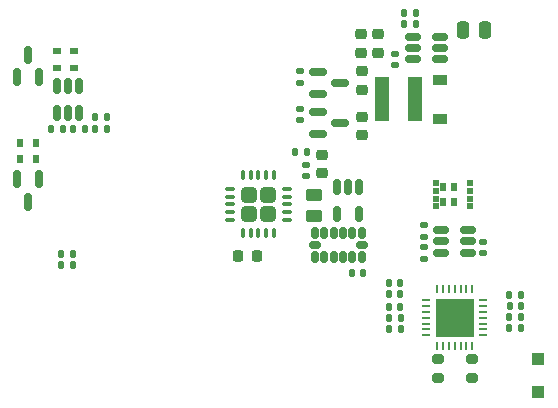
<source format=gbp>
%TF.GenerationSoftware,KiCad,Pcbnew,(6.0.6)*%
%TF.CreationDate,2022-09-22T21:47:15+08:00*%
%TF.ProjectId,Stealthburner_Toolhead_PCB,53746561-6c74-4686-9275-726e65725f54,rev?*%
%TF.SameCoordinates,Original*%
%TF.FileFunction,Paste,Bot*%
%TF.FilePolarity,Positive*%
%FSLAX46Y46*%
G04 Gerber Fmt 4.6, Leading zero omitted, Abs format (unit mm)*
G04 Created by KiCad (PCBNEW (6.0.6)) date 2022-09-22 21:47:15*
%MOMM*%
%LPD*%
G01*
G04 APERTURE LIST*
G04 Aperture macros list*
%AMRoundRect*
0 Rectangle with rounded corners*
0 $1 Rounding radius*
0 $2 $3 $4 $5 $6 $7 $8 $9 X,Y pos of 4 corners*
0 Add a 4 corners polygon primitive as box body*
4,1,4,$2,$3,$4,$5,$6,$7,$8,$9,$2,$3,0*
0 Add four circle primitives for the rounded corners*
1,1,$1+$1,$2,$3*
1,1,$1+$1,$4,$5*
1,1,$1+$1,$6,$7*
1,1,$1+$1,$8,$9*
0 Add four rect primitives between the rounded corners*
20,1,$1+$1,$2,$3,$4,$5,0*
20,1,$1+$1,$4,$5,$6,$7,0*
20,1,$1+$1,$6,$7,$8,$9,0*
20,1,$1+$1,$8,$9,$2,$3,0*%
G04 Aperture macros list end*
%ADD10RoundRect,0.225000X0.250000X-0.225000X0.250000X0.225000X-0.250000X0.225000X-0.250000X-0.225000X0*%
%ADD11RoundRect,0.225000X-0.250000X0.225000X-0.250000X-0.225000X0.250000X-0.225000X0.250000X0.225000X0*%
%ADD12RoundRect,0.150000X-0.512500X-0.150000X0.512500X-0.150000X0.512500X0.150000X-0.512500X0.150000X0*%
%ADD13RoundRect,0.250000X0.405000X0.405000X-0.405000X0.405000X-0.405000X-0.405000X0.405000X-0.405000X0*%
%ADD14RoundRect,0.075000X0.337500X0.075000X-0.337500X0.075000X-0.337500X-0.075000X0.337500X-0.075000X0*%
%ADD15RoundRect,0.075000X0.075000X0.337500X-0.075000X0.337500X-0.075000X-0.337500X0.075000X-0.337500X0*%
%ADD16RoundRect,0.135000X0.135000X0.185000X-0.135000X0.185000X-0.135000X-0.185000X0.135000X-0.185000X0*%
%ADD17RoundRect,0.140000X0.140000X0.170000X-0.140000X0.170000X-0.140000X-0.170000X0.140000X-0.170000X0*%
%ADD18RoundRect,0.135000X-0.135000X-0.185000X0.135000X-0.185000X0.135000X0.185000X-0.135000X0.185000X0*%
%ADD19RoundRect,0.150000X-0.150000X0.587500X-0.150000X-0.587500X0.150000X-0.587500X0.150000X0.587500X0*%
%ADD20RoundRect,0.150000X-0.587500X-0.150000X0.587500X-0.150000X0.587500X0.150000X-0.587500X0.150000X0*%
%ADD21RoundRect,0.140000X0.170000X-0.140000X0.170000X0.140000X-0.170000X0.140000X-0.170000X-0.140000X0*%
%ADD22RoundRect,0.140000X-0.140000X-0.170000X0.140000X-0.170000X0.140000X0.170000X-0.140000X0.170000X0*%
%ADD23RoundRect,0.150000X0.150000X-0.587500X0.150000X0.587500X-0.150000X0.587500X-0.150000X-0.587500X0*%
%ADD24R,0.570000X0.738000*%
%ADD25R,0.630000X0.500000*%
%ADD26R,0.630000X0.505000*%
%ADD27R,0.600000X0.700000*%
%ADD28R,0.700000X0.600000*%
%ADD29RoundRect,0.250000X-0.450000X0.262500X-0.450000X-0.262500X0.450000X-0.262500X0.450000X0.262500X0*%
%ADD30RoundRect,0.200000X-0.275000X0.200000X-0.275000X-0.200000X0.275000X-0.200000X0.275000X0.200000X0*%
%ADD31RoundRect,0.150000X-0.150000X0.512500X-0.150000X-0.512500X0.150000X-0.512500X0.150000X0.512500X0*%
%ADD32R,1.200000X0.900000*%
%ADD33R,1.200000X3.700000*%
%ADD34RoundRect,0.140000X-0.170000X0.140000X-0.170000X-0.140000X0.170000X-0.140000X0.170000X0.140000X0*%
%ADD35R,0.762000X0.254000*%
%ADD36R,0.254000X0.762000*%
%ADD37R,3.192000X3.192000*%
%ADD38RoundRect,0.150000X0.150000X-0.325000X0.150000X0.325000X-0.150000X0.325000X-0.150000X-0.325000X0*%
%ADD39RoundRect,0.150000X0.325000X-0.150000X0.325000X0.150000X-0.325000X0.150000X-0.325000X-0.150000X0*%
%ADD40RoundRect,0.218750X-0.256250X0.218750X-0.256250X-0.218750X0.256250X-0.218750X0.256250X0.218750X0*%
%ADD41RoundRect,0.250000X-0.250000X-0.475000X0.250000X-0.475000X0.250000X0.475000X-0.250000X0.475000X0*%
%ADD42RoundRect,0.135000X-0.185000X0.135000X-0.185000X-0.135000X0.185000X-0.135000X0.185000X0.135000X0*%
%ADD43RoundRect,0.150000X0.150000X-0.512500X0.150000X0.512500X-0.150000X0.512500X-0.150000X-0.512500X0*%
%ADD44RoundRect,0.225000X0.225000X0.250000X-0.225000X0.250000X-0.225000X-0.250000X0.225000X-0.250000X0*%
%ADD45R,1.100000X1.100000*%
%ADD46RoundRect,0.135000X0.185000X-0.135000X0.185000X0.135000X-0.185000X0.135000X-0.185000X-0.135000X0*%
G04 APERTURE END LIST*
D10*
%TO.C,C12*%
X130403600Y-101829200D03*
X130403600Y-100279200D03*
%TD*%
D11*
%TO.C,C5*%
X130454400Y-107276600D03*
X130454400Y-108826600D03*
%TD*%
D12*
%TO.C,U1*%
X134831700Y-102397600D03*
X134831700Y-101447600D03*
X134831700Y-100497600D03*
X137106700Y-100497600D03*
X137106700Y-101447600D03*
X137106700Y-102397600D03*
%TD*%
D13*
%TO.C,U13*%
X120906800Y-113845600D03*
X120906800Y-115465600D03*
X122526800Y-115465600D03*
X122526800Y-113845600D03*
D14*
X124154300Y-113355600D03*
X124154300Y-114005600D03*
X124154300Y-114655600D03*
X124154300Y-115305600D03*
X124154300Y-115955600D03*
D15*
X123016800Y-117093100D03*
X122366800Y-117093100D03*
X121716800Y-117093100D03*
X121066800Y-117093100D03*
X120416800Y-117093100D03*
D14*
X119279300Y-115955600D03*
X119279300Y-115305600D03*
X119279300Y-114655600D03*
X119279300Y-114005600D03*
X119279300Y-113355600D03*
D15*
X120416800Y-112218100D03*
X121066800Y-112218100D03*
X121716800Y-112218100D03*
X122366800Y-112218100D03*
X123016800Y-112218100D03*
%TD*%
D16*
%TO.C,R25*%
X143969200Y-124206000D03*
X142949200Y-124206000D03*
%TD*%
%TO.C,R13*%
X107037600Y-108254800D03*
X106017600Y-108254800D03*
%TD*%
D17*
%TO.C,C27*%
X143937200Y-123291600D03*
X142977200Y-123291600D03*
%TD*%
D18*
%TO.C,R28*%
X132738400Y-124307600D03*
X133758400Y-124307600D03*
%TD*%
D10*
%TO.C,C10*%
X131876800Y-101829200D03*
X131876800Y-100279200D03*
%TD*%
%TO.C,C6*%
X130454400Y-104965800D03*
X130454400Y-103415800D03*
%TD*%
D19*
%TO.C,Q1*%
X101259600Y-112549700D03*
X103159600Y-112549700D03*
X102209600Y-114424700D03*
%TD*%
D17*
%TO.C,C34*%
X133728400Y-123393200D03*
X132768400Y-123393200D03*
%TD*%
D20*
%TO.C,U3*%
X126773700Y-105344000D03*
X126773700Y-103444000D03*
X128648700Y-104394000D03*
%TD*%
D21*
%TO.C,C31*%
X125730000Y-112290800D03*
X125730000Y-111330800D03*
%TD*%
D22*
%TO.C,C35*%
X129618800Y-120446800D03*
X130578800Y-120446800D03*
%TD*%
D23*
%TO.C,Q2*%
X103159600Y-103858300D03*
X101259600Y-103858300D03*
X102209600Y-101983300D03*
%TD*%
D24*
%TO.C,Q3*%
X137312400Y-114452400D03*
X137312400Y-113232400D03*
D25*
X136732400Y-113512400D03*
D24*
X138262400Y-114452400D03*
X138262400Y-113232400D03*
D26*
X136732400Y-112869900D03*
X136732400Y-114814900D03*
D25*
X136732400Y-114172400D03*
X139612400Y-112872400D03*
X139612400Y-113512400D03*
X139612400Y-114172400D03*
X139612400Y-114812400D03*
%TD*%
D27*
%TO.C,D3*%
X101509600Y-110845600D03*
X102909600Y-110845600D03*
%TD*%
D28*
%TO.C,D6*%
X106070400Y-103112800D03*
X106070400Y-101712800D03*
%TD*%
D29*
%TO.C,R31*%
X126441200Y-113844700D03*
X126441200Y-115669700D03*
%TD*%
D30*
%TO.C,R29*%
X139801600Y-127749800D03*
X139801600Y-129399800D03*
%TD*%
D17*
%TO.C,C33*%
X133728400Y-122224800D03*
X132768400Y-122224800D03*
%TD*%
D30*
%TO.C,R30*%
X136906000Y-127749800D03*
X136906000Y-129399800D03*
%TD*%
D18*
%TO.C,R20*%
X107846400Y-107289600D03*
X108866400Y-107289600D03*
%TD*%
%TO.C,R2*%
X134059200Y-99364800D03*
X135079200Y-99364800D03*
%TD*%
D22*
%TO.C,C28*%
X132768400Y-121310400D03*
X133728400Y-121310400D03*
%TD*%
D31*
%TO.C,U11*%
X128336000Y-113213300D03*
X129286000Y-113213300D03*
X130236000Y-113213300D03*
X130236000Y-115488300D03*
X128336000Y-115488300D03*
%TD*%
D32*
%TO.C,D1*%
X137086800Y-104166400D03*
X137086800Y-107466400D03*
%TD*%
D33*
%TO.C,L1*%
X134981600Y-105714800D03*
X132181600Y-105714800D03*
%TD*%
D21*
%TO.C,C25*%
X140766800Y-118793200D03*
X140766800Y-117833200D03*
%TD*%
D34*
%TO.C,C9*%
X125272800Y-103406000D03*
X125272800Y-104366000D03*
%TD*%
D16*
%TO.C,R27*%
X143967200Y-122377200D03*
X142947200Y-122377200D03*
%TD*%
D34*
%TO.C,C8*%
X125222000Y-106606400D03*
X125222000Y-107566400D03*
%TD*%
D16*
%TO.C,R16*%
X108866400Y-108254800D03*
X107846400Y-108254800D03*
%TD*%
D35*
%TO.C,U12*%
X135902700Y-125756800D03*
X135902700Y-125256801D03*
X135902700Y-124756799D03*
X135902700Y-124256800D03*
X135902700Y-123756801D03*
X135902700Y-123256799D03*
X135902700Y-122756800D03*
D36*
X136828400Y-121831100D03*
X137328399Y-121831100D03*
X137828401Y-121831100D03*
X138328400Y-121831100D03*
X138828399Y-121831100D03*
X139328401Y-121831100D03*
X139828400Y-121831100D03*
D35*
X140754100Y-122756800D03*
X140754100Y-123256799D03*
X140754100Y-123756801D03*
X140754100Y-124256800D03*
X140754100Y-124756799D03*
X140754100Y-125256801D03*
X140754100Y-125756800D03*
D36*
X139828400Y-126682500D03*
X139328401Y-126682500D03*
X138828399Y-126682500D03*
X138328400Y-126682500D03*
X137828401Y-126682500D03*
X137328399Y-126682500D03*
X136828400Y-126682500D03*
D37*
X138328400Y-124256800D03*
%TD*%
D16*
%TO.C,R22*%
X106021600Y-119837200D03*
X105001600Y-119837200D03*
%TD*%
D38*
%TO.C,U14*%
X130473200Y-119110000D03*
X129673200Y-119110000D03*
X128873200Y-119110000D03*
X128073200Y-119110000D03*
X127273200Y-119110000D03*
X126473200Y-119110000D03*
D39*
X126473200Y-118110000D03*
D38*
X126473200Y-117110000D03*
X127273200Y-117110000D03*
X128073200Y-117110000D03*
X128873200Y-117110000D03*
X129673200Y-117110000D03*
X130473200Y-117110000D03*
D39*
X130473200Y-118110000D03*
%TD*%
D16*
%TO.C,R3*%
X135079200Y-98450400D03*
X134059200Y-98450400D03*
%TD*%
D28*
%TO.C,D5*%
X104648000Y-103112800D03*
X104648000Y-101712800D03*
%TD*%
D40*
%TO.C,FB1*%
X127101600Y-110464500D03*
X127101600Y-112039500D03*
%TD*%
D41*
%TO.C,C1*%
X139004000Y-99872800D03*
X140904000Y-99872800D03*
%TD*%
D16*
%TO.C,R23*%
X106021600Y-118872000D03*
X105001600Y-118872000D03*
%TD*%
D17*
%TO.C,C30*%
X125803600Y-110236000D03*
X124843600Y-110236000D03*
%TD*%
D42*
%TO.C,R19*%
X135737600Y-116380800D03*
X135737600Y-117400800D03*
%TD*%
D16*
%TO.C,R26*%
X143969200Y-125120400D03*
X142949200Y-125120400D03*
%TD*%
D20*
%TO.C,U2*%
X126773700Y-108747600D03*
X126773700Y-106847600D03*
X128648700Y-107797600D03*
%TD*%
D18*
%TO.C,R18*%
X104188800Y-108254800D03*
X105208800Y-108254800D03*
%TD*%
D43*
%TO.C,U6*%
X106563200Y-106953900D03*
X105613200Y-106953900D03*
X104663200Y-106953900D03*
X104663200Y-104678900D03*
X105613200Y-104678900D03*
X106563200Y-104678900D03*
%TD*%
D44*
%TO.C,C36*%
X121577400Y-119024400D03*
X120027400Y-119024400D03*
%TD*%
D45*
%TO.C,D7*%
X145389600Y-127733600D03*
X145389600Y-130533600D03*
%TD*%
D18*
%TO.C,R24*%
X132738400Y-125222000D03*
X133758400Y-125222000D03*
%TD*%
D46*
%TO.C,R17*%
X135737600Y-119280400D03*
X135737600Y-118260400D03*
%TD*%
D12*
%TO.C,U8*%
X137190900Y-118755200D03*
X137190900Y-117805200D03*
X137190900Y-116855200D03*
X139465900Y-116855200D03*
X139465900Y-117805200D03*
X139465900Y-118755200D03*
%TD*%
D21*
%TO.C,C7*%
X133299200Y-102892800D03*
X133299200Y-101932800D03*
%TD*%
D27*
%TO.C,D4*%
X101509600Y-109474000D03*
X102909600Y-109474000D03*
%TD*%
M02*

</source>
